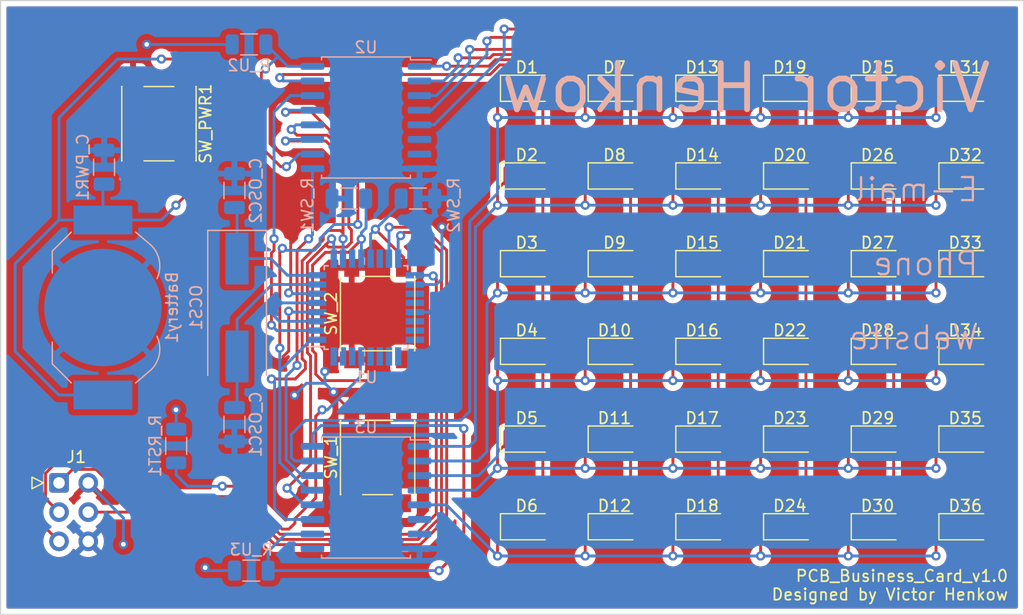
<source format=kicad_pcb>
(kicad_pcb (version 20221018) (generator pcbnew)
  (layers (0 "F.Cu" signal) (31 "B.Cu" signal) (34 "B.Paste" user) (35 "F.Paste" user) (36 "B.SilkS" user "B.Silkscreen") (37 "F.SilkS" user "F.Silkscreen") (38 "B.Mask" user) (39 "F.Mask" user) (44 "Edge.Cuts" user))
  (net 0 "")
  (net 1 "Net-(Battery1-Pad1)")
  (net 2 "GND")
  (net 3 "Net-(D1-Pad1)")
  (net 4 "Net-(D1-Pad2)")
  (net 5 "Net-(D14-Pad1)")
  (net 6 "Net-(D15-Pad1)")
  (net 7 "Net-(D10-Pad1)")
  (net 8 "Net-(D11-Pad1)")
  (net 9 "Net-(D12-Pad1)")
  (net 10 "Net-(D10-Pad2)")
  (net 11 "Net-(D13-Pad2)")
  (net 12 "Net-(D19-Pad2)")
  (net 13 "Net-(D25-Pad2)")
  (net 14 "Net-(D31-Pad2)")
  (net 15 "Net-(J1-Pad1)")
  (net 16 "Net-(J1-Pad3)")
  (net 17 "Net-(J1-Pad4)")
  (net 18 "Net-(J1-Pad5)")
  (net 21 "Net-(C_OSC1-Pad2)")
  (net 22 "Net-(J1-Pad2)")
  (net 23 "Net-(C_OSC2-Pad1)")
  (net 24 "Net-(R_U2-Pad2)")
  (net 25 "Net-(R_U3-Pad1)")
  (net 26 "Net-(U1-Pad1)")
  (net 27 "Net-(U1-Pad2)")
  (net 28 "Net-(U1-Pad9)")
  (net 29 "Net-(U1-Pad10)")
  (net 32 "Net-(U2-Pad9)")
  (net 48 "Net-(R_SW1-Pad1)")
  (net 49 "Net-(R_SW2-Pad2)")
  (footprint "LED_SMD:LED_1206_3216Metric" (layer "F.Cu") (at 162.56 81.28)
    (fp_text reference "D34")
    (fp_text value "LED")
  )
  (footprint "LED_SMD:LED_1206_3216Metric" (layer "F.Cu") (at 154.94 73.66)
    (fp_text reference "D27")
    (fp_text value "LED")
  )
  (footprint "LED_SMD:LED_1206_3216Metric" (layer "F.Cu") (at 124.46 58.42)
    (fp_text reference "D1")
    (fp_text value "LED")
  )
  (footprint "LED_SMD:LED_1206_3216Metric" (layer "F.Cu") (at 132.08 81.28)
    (fp_text reference "D10")
    (fp_text value "LED")
  )
  (footprint "Button_Switch_SMD:SW_Push_1P1T_NO_6x6mm_H9.5mm" (layer "F.Cu") (at 111.5 78 90)
    (fp_text reference "SW_2")
    (fp_text value "SW_Push")
  )
  (footprint "LED_SMD:LED_1206_3216Metric" (layer "F.Cu") (at 147.32 96.52)
    (fp_text reference "D24")
    (fp_text value "LED")
  )
  (footprint "LED_SMD:LED_1206_3216Metric" (layer "F.Cu") (at 139.7 88.9)
    (fp_text reference "D17")
    (fp_text value "LED")
  )
  (footprint "LED_SMD:LED_1206_3216Metric" (layer "F.Cu") (at 132.08 88.9)
    (fp_text reference "D11")
    (fp_text value "LED")
  )
  (footprint "LED_SMD:LED_1206_3216Metric" (layer "F.Cu") (at 124.46 73.66)
    (fp_text reference "D3")
    (fp_text value "LED")
  )
  (footprint "LED_SMD:LED_1206_3216Metric" (layer "F.Cu") (at 132.08 96.52)
    (fp_text reference "D12")
    (fp_text value "LED")
  )
  (footprint "LED_SMD:LED_1206_3216Metric" (layer "F.Cu") (at 162.56 88.9)
    (fp_text reference "D35")
    (fp_text value "LED")
  )
  (footprint "LED_SMD:LED_1206_3216Metric" (layer "F.Cu") (at 139.7 66.04)
    (fp_text reference "D14")
    (fp_text value "LED")
  )
  (footprint "LED_SMD:LED_1206_3216Metric" (layer "F.Cu") (at 154.94 96.52)
    (fp_text reference "D30")
    (fp_text value "LED")
  )
  (footprint "LED_SMD:LED_1206_3216Metric" (layer "F.Cu") (at 139.7 81.28)
    (fp_text reference "D16")
    (fp_text value "LED")
  )
  (footprint "LED_SMD:LED_1206_3216Metric" (layer "F.Cu") (at 124.46 96.52)
    (fp_text reference "D6")
    (fp_text value "LED")
  )
  (footprint "LED_SMD:LED_1206_3216Metric" (layer "F.Cu") (at 147.32 66.04)
    (fp_text reference "D20")
    (fp_text value "LED")
  )
  (footprint "LED_SMD:LED_1206_3216Metric" (layer "F.Cu") (at 139.7 58.42)
    (fp_text reference "D13")
    (fp_text value "LED")
  )
  (footprint "LED_SMD:LED_1206_3216Metric" (layer "F.Cu") (at 162.56 58.42)
    (fp_text reference "D31")
    (fp_text value "LED")
  )
  (footprint "LED_SMD:LED_1206_3216Metric" (layer "F.Cu") (at 154.94 58.42)
    (fp_text reference "D25")
    (fp_text value "LED")
  )
  (footprint "Button_Switch_SMD:SW_Push_1P1T_NO_6x6mm_H9.5mm" (layer "F.Cu") (at 92.5 61.5 -90)
    (fp_text reference "SW_PWR1")
    (fp_text value "SW_Push")
  )
  (footprint "LED_SMD:LED_1206_3216Metric" (layer "F.Cu") (at 154.94 66.04)
    (fp_text reference "D26")
    (fp_text value "LED")
  )
  (footprint "LED_SMD:LED_1206_3216Metric" (layer "F.Cu") (at 132.08 66.04)
    (fp_text reference "D8")
    (fp_text value "LED")
  )
  (footprint "LED_SMD:LED_1206_3216Metric" (layer "F.Cu") (at 154.94 81.28)
    (fp_text reference "D28")
    (fp_text value "LED")
  )
  (footprint "LED_SMD:LED_1206_3216Metric" (layer "F.Cu") (at 124.46 81.28)
    (fp_text reference "D4")
    (fp_text value "LED")
  )
  (footprint "LED_SMD:LED_1206_3216Metric" (layer "F.Cu") (at 162.56 66.04)
    (fp_text reference "D32")
    (fp_text value "LED")
  )
  (footprint "LED_SMD:LED_1206_3216Metric" (layer "F.Cu") (at 147.32 81.28)
    (fp_text reference "D22")
    (fp_text value "LED")
  )
  (footprint "LED_SMD:LED_1206_3216Metric" (layer "F.Cu") (at 124.46 88.9)
    (fp_text reference "D5")
    (fp_text value "LED")
  )
  (footprint "LED_SMD:LED_1206_3216Metric" (layer "F.Cu") (at 154.94 88.9)
    (fp_text reference "D29")
    (fp_text value "LED")
  )
  (footprint "LED_SMD:LED_1206_3216Metric" (layer "F.Cu") (at 147.32 73.66)
    (fp_text reference "D21")
    (fp_text value "LED")
  )
  (footprint "LED_SMD:LED_1206_3216Metric" (layer "F.Cu") (at 147.32 58.42)
    (fp_text reference "D19")
    (fp_text value "LED")
  )
  (footprint "LED_SMD:LED_1206_3216Metric" (layer "F.Cu") (at 139.7 96.52)
    (fp_text reference "D18")
    (fp_text value "LED")
  )
  (footprint "LED_SMD:LED_1206_3216Metric" (layer "F.Cu") (at 139.7 73.66)
    (fp_text reference "D15")
    (fp_text value "LED")
  )
  (footprint "LED_SMD:LED_1206_3216Metric" (layer "F.Cu") (at 162.56 96.52)
    (fp_text reference "D36")
    (fp_text value "LED")
  )
  (footprint "LED_SMD:LED_1206_3216Metric" (layer "F.Cu") (at 124.46 66.04)
    (fp_text reference "D2")
    (fp_text value "LED")
  )
  (footprint "LED_SMD:LED_1206_3216Metric" (layer "F.Cu") (at 132.08 73.66)
    (fp_text reference "D9")
    (fp_text value "LED")
  )
  (footprint "LED_SMD:LED_1206_3216Metric" (layer "F.Cu") (at 162.56 73.66)
    (fp_text reference "D33")
    (fp_text value "LED")
  )
  (footprint "LED_SMD:LED_1206_3216Metric" (layer "F.Cu") (at 147.32 88.9)
    (fp_text reference "D23")
    (fp_text value "LED")
  )
  (footprint "Button_Switch_SMD:SW_Push_1P1T_NO_6x6mm_H9.5mm" (layer "F.Cu") (at 111.5 90.5 90)
    (fp_text reference "SW_1")
    (fp_text value "SW_Push")
  )
  (footprint "LED_SMD:LED_1206_3216Metric" (layer "F.Cu") (at 132.08 58.42)
    (fp_text reference "D7")
    (fp_text value "LED")
  )
  (footprint "Connector_IDC:IDC-Header_2x03_P2.54mm_Horizontal" (layer "F.Cu") (at 83.82 92.71)
    (fp_text reference "J1")
    (fp_text value "AVR-ISP-6")
  )
  (footprint "Resistor_SMD:R_1206_3216Metric" (layer "B.Cu") (at 100.33 54.61)
    (fp_text reference "R_U2")
    (fp_text value "0")
  )
  (footprint "Resistor_SMD:R_1206_3216Metric" (layer "B.Cu") (at 115 68 180)
    (fp_text reference "R_SW2")
    (fp_text value "10k")
  )
  (footprint "Battery:BatteryHolder_LINX_BAT-HLD-012-SMT" (layer "B.Cu") (at 87.63 77.47 -90)
    (fp_text reference "Battery1")
    (fp_text value "+3V")
  )
  (footprint "Resistor_SMD:R_1206_3216Metric" (layer "B.Cu") (at 94 89.5 -90)
    (fp_text reference "R_RST1")
    (fp_text value "10k")
  )
  (footprint "Capacitor_SMD:C_1206_3216Metric" (layer "B.Cu") (at 99.06 67.31 90)
    (fp_text reference "C_OSC2")
    (fp_text value "33p")
  )
  (footprint "Capacitor_SMD:C_1206_3216Metric" (layer "B.Cu") (at 99.06 87.63 90)
    (fp_text reference "C_OSC1")
    (fp_text value "33p")
  )
  (footprint "Package_SO:SOIC-16W_7.5x10.3mm_P1.27mm" (layer "B.Cu") (at 110.49 60.96 180)
    (fp_text reference "U2")
    (fp_text value "74HC595")
  )
  (footprint "Resistor_SMD:R_1206_3216Metric" (layer "B.Cu") (at 100.5225 100.33 180)
    (fp_text reference "R_U3")
    (fp_text value "0")
  )
  (footprint "Capacitor_SMD:C_1206_3216Metric" (layer "B.Cu") (at 87.7316 65.278 -90)
    (fp_text reference "C_PWR1")
    (fp_text value "10u")
  )
  (footprint "Resistor_SMD:R_1206_3216Metric" (layer "B.Cu") (at 109 68 180)
    (fp_text reference "R_SW1")
    (fp_text value "10k")
  )
  (footprint "Package_QFP:TQFP-32_7x7mm_P0.8mm" (layer "B.Cu") (at 110.49 77.47)
    (fp_text reference "U1")
    (fp_text value "ATmega328P-A")
  )
  (footprint "Crystal:Crystal_SMD_HC49-SD" (layer "B.Cu") (at 99.29 77.47 -90)
    (fp_text reference "OCS1")
    (fp_text value "16M")
  )
  (footprint "Package_SO:SOIC-16W_7.5x10.3mm_P1.27mm" (layer "B.Cu") (at 110.49 93.98 180)
    (fp_text reference "U3")
    (fp_text value "74HC595")
  )
  (gr_rect (start 78.74 50.8) (end 167.64 104.14) (stroke (width 0.1)) (fill none) (layer "Edge.Cuts"))
  (gr_text "E-mail\n\nPhone\n\nWebsite" (at 163.83 73.66) (layer "B.SilkS") (effects (font (size 2 2) (thickness 0.2)) (justify left mirror)))
  (gr_text "Victor Henkow\n" (at 143.51 58.42) (layer "B.SilkS") (effects (font (size 4 4) (thickness 0.5)) (justify mirror)))
  (gr_text "PCB_Business_Card_v1.0\nDesigned by Victor Henkow" (at 166.37 101.6) (layer "F.SilkS") (effects (font (size 1 1)) (justify right)))
  (segment (start 92.71 55.88) (end 93.98 55.88) (width 0.25) (layer "F.Cu") (net 1))
  (segment (start 93.98 55.88) (end 94.75 56.65) (width 0.25) (layer "F.Cu") (net 1))
  (segment (start 94.75 67.81) (end 94.75 65.475) (width 0.25) (layer "F.Cu") (net 1))
  (segment (start 93.98 68.58) (end 94.75 67.81) (width 0.25) (layer "F.Cu") (net 1))
  (segment (start 94.75 56.65) (end 94.75 57.525) (width 0.25) (layer "F.Cu") (net 1))
  (via (at 92.71 55.88) (size 0.8) (drill 0.4) (layers "F.Cu" "B.Cu") (net 1))
  (via (at 93.98 68.58) (size 0.8) (drill 0.4) (layers "F.Cu" "B.Cu") (net 1))
  (segment (start 80.01 73.66) (end 81.28 72.39) (width 0.25) (layer "B.Cu") (net 1))
  (segment (start 87.63 69.87) (end 83.84 69.87) (width 0.25) (layer "B.Cu") (net 1))
  (segment (start 83.84 69.87) (end 83.82 69.85) (width 0.25) (layer "B.Cu") (net 1))
  (segment (start 88.9 55.88) (end 92.71 55.88) (width 0.25) (layer "B.Cu") (net 1))
  (segment (start 83.82 69.85) (end 83.82 60.96) (width 0.25) (layer "B.Cu") (net 1))
  (segment (start 80.01 78.74) (end 80.01 73.66) (width 0.25) (layer "B.Cu") (net 1))
  (segment (start 80.01 81.28) (end 80.01 78.74) (width 0.25) (layer "B.Cu") (net 1))
  (segment (start 81.28 82.55) (end 80.01 81.28) (width 0.25) (layer "B.Cu") (net 1))
  (segment (start 87.63 66.8546) (end 87.7316 66.753) (width 0.25) (layer "B.Cu") (net 1))
  (segment (start 83.8 85.07) (end 81.28 82.55) (width 0.25) (layer "B.Cu") (net 1))
  (segment (start 92.69 69.87) (end 93.98 68.58) (width 0.25) (layer "B.Cu") (net 1))
  (segment (start 87.63 69.87) (end 87.63 66.8546) (width 0.25) (layer "B.Cu") (net 1))
  (segment (start 81.28 72.39) (end 83.82 69.85) (width 0.25) (layer "B.Cu") (net 1))
  (segment (start 83.82 60.96) (end 88.9 55.88) (width 0.25) (layer "B.Cu") (net 1))
  (segment (start 87.63 85.07) (end 83.8 85.07) (width 0.25) (layer "B.Cu") (net 1))
  (segment (start 87.63 69.87) (end 92.69 69.87) (width 0.25) (layer "B.Cu") (net 1))
  (segment (start 101.770114 77.47) (end 102.780886 77.47) (width 0.25) (layer "B.Cu") (net 2))
  (segment (start 103.180886 77.07) (end 106.24 77.07) (width 0.25) (layer "B.Cu") (net 2))
  (segment (start 102.970114 78.67) (end 101.770114 77.47) (width 0.25) (layer "B.Cu") (net 2))
  (segment (start 106.24 78.67) (end 102.970114 78.67) (width 0.25) (layer "B.Cu") (net 2))
  (segment (start 114.74 77.87) (end 116.44 77.87) (width 0.25) (layer "B.Cu") (net 2))
  (segment (start 102.780886 77.47) (end 103.180886 77.07) (width 0.25) (layer "B.Cu") (net 2))
  (segment (start 116.44 77.87) (end 116.84 77.47) (width 0.25) (layer "B.Cu") (net 2))
  (segment (start 153.54 58.42) (end 152.4 59.56) (width 0.25) (layer "F.Cu") (net 3))
  (segment (start 160.02 59.56) (end 160.02 60.96) (width 0.25) (layer "F.Cu") (net 3))
  (segment (start 152.4 59.56) (end 152.4 60.96) (width 0.25) (layer "F.Cu") (net 3))
  (segment (start 130.68 58.42) (end 129.54 59.56) (width 0.25) (layer "F.Cu") (net 3))
  (segment (start 121.92 59.56) (end 121.92 60.96) (width 0.25) (layer "F.Cu") (net 3))
  (segment (start 123.06 58.42) (end 121.92 59.56) (width 0.25) (layer "F.Cu") (net 3))
  (segment (start 144.78 59.56) (end 144.78 60.96) (width 0.25) (layer "F.Cu") (net 3))
  (segment (start 137.16 59.56) (end 137.16 60.96) (width 0.25) (layer "F.Cu") (net 3))
  (segment (start 161.16 58.42) (end 160.02 59.56) (width 0.25) (layer "F.Cu") (net 3))
  (segment (start 129.54 59.56) (end 129.54 60.96) (width 0.25) (layer "F.Cu") (net 3))
  (segment (start 138.3 58.42) (end 137.16 59.56) (width 0.25) (layer "F.Cu") (net 3))
  (segment (start 145.92 58.42) (end 144.78 59.56) (width 0.25) (layer "F.Cu") (net 3))
  (via (at 144.78 60.96) (size 0.8) (drill 0.4) (layers "F.Cu" "B.Cu") (net 3))
  (via (at 152.4 60.96) (size 0.8) (drill 0.4) (layers "F.Cu" "B.Cu") (net 3))
  (via (at 160.02 60.96) (size 0.8) (drill 0.4) (layers "F.Cu" "B.Cu") (net 3))
  (via (at 121.92 60.96) (size 0.8) (drill 0.4) (layers "F.Cu" "B.Cu") (net 3))
  (via (at 129.54 60.96) (size 0.8) (drill 0.4) (layers "F.Cu" "B.Cu") (net 3))
  (via (at 137.16 60.96) (size 0.8) (drill 0.4) (layers "F.Cu" "B.Cu") (net 3))
  (segment (start 119.5 69.975386) (end 121.92 67.555386) (width 0.25) (layer "B.Cu") (net 3))
  (segment (start 105.84 90.805) (end 104.305 90.805) (width 0.25) (layer "B.Cu") (net 3))
  (segment (start 104.305 90.805) (end 104 90.5) (width 0.25) (layer "B.Cu") (net 3))
  (segment (start 104 88.5) (end 105.224511 87.275489) (width 0.25) (layer "B.Cu") (net 3))
  (segment (start 118.724511 87.275489) (end 119.5 86.5) (width 0.25) (layer "B.Cu") (net 3))
  (segment (start 119.5 86.5) (end 119.5 69.975386) (width 0.25) (layer "B.Cu") (net 3))
  (segment (start 104 90.5) (end 104 88.5) (width 0.25) (layer "B.Cu") (net 3))
  (segment (start 105.224511 87.275489) (end 118.724511 87.275489) (width 0.25) (layer "B.Cu") (net 3))
  (segment (start 121.92 67.555386) (end 121.92 60.96) (width 0.25) (layer "B.Cu") (net 3))
  (segment (start 160.02 60.96) (end 121.92 60.96) (width 0.25) (layer "B.Cu") (net 3))
  (segment (start 125.86 58.42) (end 125.86 96.52) (width 0.25) (layer "F.Cu") (net 4))
  (segment (start 103.275489 57.224511) (end 103 57.5) (width 0.25) (layer "F.Cu") (net 4))
  (segment (start 124.968 56.388) (end 125.86 57.28) (width 0.25) (layer "F.Cu") (net 4))
  (segment (start 117.5 57.224511) (end 103.275489 57.224511) (width 0.25) (layer "F.Cu") (net 4))
  (segment (start 125.86 57.28) (end 125.86 58.42) (width 0.25) (layer "F.Cu") (net 4))
  (segment (start 122.112 56.388) (end 121.275489 57.224511) (width 0.25) (layer "F.Cu") (net 4))
  (segment (start 124.968 56.388) (end 122.112 56.388) (width 0.25) (layer "F.Cu") (net 4))
  (segment (start 121.275489 57.224511) (end 117.5 57.224511) (width 0.25) (layer "F.Cu") (net 4))
  (via (at 103 57.5) (size 0.8) (drill 0.4) (layers "F.Cu" "B.Cu") (net 4))
  (segment (start 103 57.5) (end 103.285 57.785) (width 0.25) (layer "B.Cu") (net 4))
  (segment (start 103.285 57.785) (end 105.84 57.785) (width 0.25) (layer "B.Cu") (net 4))
  (segment (start 121.92 67.18) (end 121.92 68.58) (width 0.25) (layer "F.Cu") (net 5))
  (segment (start 160.02 67.18) (end 160.02 68.58) (width 0.25) (layer "F.Cu") (net 5))
  (segment (start 152.4 67.18) (end 152.4 68.58) (width 0.25) (layer "F.Cu") (net 5))
  (segment (start 130.68 66.04) (end 129.54 67.18) (width 0.25) (layer "F.Cu") (net 5))
  (segment (start 137.16 67.18) (end 137.16 68.58) (width 0.25) (layer "F.Cu") (net 5))
  (segment (start 129.54 67.18) (end 129.54 68.58) (width 0.25) (layer "F.Cu") (net 5))
  (segment (start 138.3 66.04) (end 137.16 67.18) (width 0.25) (layer "F.Cu") (net 5))
  (segment (start 145.92 66.04) (end 144.78 67.18) (width 0.25) (layer "F.Cu") (net 5))
  (segment (start 144.78 67.18) (end 144.78 68.58) (width 0.25) (layer "F.Cu") (net 5))
  (segment (start 161.16 66.04) (end 160.02 67.18) (width 0.25) (layer "F.Cu") (net 5))
  (segment (start 123.06 66.04) (end 121.92 67.18) (width 0.25) (layer "F.Cu") (net 5))
  (segment (start 153.54 66.04) (end 152.4 67.18) (width 0.25) (layer "F.Cu") (net 5))
  (via (at 129.54 68.58) (size 0.8) (drill 0.4) (layers "F.Cu" "B.Cu") (net 5))
  (via (at 121.92 68.58) (size 0.8) (drill 0.4) (layers "F.Cu" "B.Cu") (net 5))
  (via (at 144.78 68.58) (size 0.8) (drill 0.4) (layers "F.Cu" "B.Cu") (net 5))
  (via (at 160.02 68.58) (size 0.8) (drill 0.4) (layers "F.Cu" "B.Cu") (net 5))
  (via (at 152.4 68.58) (size 0.8) (drill 0.4) (layers "F.Cu" "B.Cu") (net 5))
  (via (at 137.16 68.58) (size 0.8) (drill 0.4) (layers "F.Cu" "B.Cu") (net 5))
  (segment (start 160.02 68.58) (end 121.92 68.58) (width 0.25) (layer "B.Cu") (net 5))
  (segment (start 119.465 89.535) (end 120 89) (width 0.25) (layer "B.Cu") (net 5))
  (segment (start 115.14 89.535) (end 119.465 89.535) (width 0.25) (layer "B.Cu") (net 5))
  (segment (start 120 89) (end 120 70.5) (width 0.25) (layer "B.Cu") (net 5))
  (segment (start 120 70.5) (end 121.92 68.58) (width 0.25) (layer "B.Cu") (net 5))
  (segment (start 129.54 74.8) (end 129.54 76.2) (width 0.25) (layer "F.Cu") (net 6))
  (segment (start 121.92 74.8) (end 121.92 76.2) (width 0.25) (layer "F.Cu") (net 6))
  (segment (start 130.68 73.66) (end 129.54 74.8) (width 0.25) (layer "F.Cu") (net 6))
  (segment (start 137.16 74.8) (end 137.16 76.2) (width 0.25) (layer "F.Cu") (net 6))
  (segment (start 161.16 73.66) (end 160.02 74.8) (width 0.25) (layer "F.Cu") (net 6))
  (segment (start 153.54 73.66) (end 152.4 74.8) (width 0.25) (layer "F.Cu") (net 6))
  (segment (start 138.3 73.66) (end 137.16 74.8) (width 0.25) (layer "F.Cu") (net 6))
  (segment (start 160.02 74.8) (end 160.02 76.2) (width 0.25) (layer "F.Cu") (net 6))
  (segment (start 144.78 74.8) (end 144.78 76.2) (width 0.25) (layer "F.Cu") (net 6))
  (segment (start 123.06 73.66) (end 121.92 74.8) (width 0.25) (layer "F.Cu") (net 6))
  (segment (start 145.92 73.66) (end 144.78 74.8) (width 0.25) (layer "F.Cu") (net 6))
  (segment (start 152.4 74.8) (end 152.4 76.2) (width 0.25) (layer "F.Cu") (net 6))
  (via (at 121.92 76.2) (size 0.8) (drill 0.4) (layers "F.Cu" "B.Cu") (net 6))
  (via (at 137.16 76.2) (size 0.8) (drill 0.4) (layers "F.Cu" "B.Cu") (net 6))
  (via (at 129.54 76.2) (size 0.8) (drill 0.4) (layers "F.Cu" "B.Cu") (net 6))
  (via (at 152.4 76.2) (size 0.8) (drill 0.4) (layers "F.Cu" "B.Cu") (net 6))
  (via (at 160.02 76.2) (size 0.8) (drill 0.4) (layers "F.Cu" "B.Cu") (net 6))
  (via (at 144.78 76.2) (size 0.8) (drill 0.4) (layers "F.Cu" "B.Cu") (net 6))
  (segment (start 121 77.12) (end 121.92 76.2) (width 0.25) (layer "B.Cu") (net 6))
  (segment (start 120.195 90.805) (end 121 90) (width 0.25) (layer "B.Cu") (net 6))
  (segment (start 160.02 76.2) (end 121.92 76.2) (width 0.25) (layer "B.Cu") (net 6))
  (segment (start 121 90) (end 121 77.12) (width 0.25) (layer "B.Cu") (net 6))
  (segment (start 115.14 90.805) (end 120.195 90.805) (width 0.25) (layer "B.Cu") (net 6))
  (segment (start 152.4 82.42) (end 152.4 83.82) (width 0.25) (layer "F.Cu") (net 7))
  (segment (start 160.02 82.42) (end 160.02 83.82) (width 0.25) (layer "F.Cu") (net 7))
  (segment (start 138.3 81.28) (end 137.16 82.42) (width 0.25) (layer "F.Cu") (net 7))
  (segment (start 153.54 81.28) (end 152.4 82.42) (width 0.25) (layer "F.Cu") (net 7))
  (segment (start 137.16 82.42) (end 137.16 83.82) (width 0.25) (layer "F.Cu") (net 7))
  (segment (start 161.16 81.28) (end 160.02 82.42) (width 0.25) (layer "F.Cu") (net 7))
  (segment (start 144.78 82.42) (end 144.78 83.82) (width 0.25) (layer "F.Cu") (net 7))
  (segment (start 129.54 82.42) (end 129.54 83.82) (width 0.25) (layer "F.Cu") (net 7))
  (segment (start 145.92 81.28) (end 144.78 82.42) (width 0.25) (layer "F.Cu") (net 7))
  (segment (start 123.06 81.28) (end 121.92 82.42) (width 0.25) (layer "F.Cu") (net 7))
  (segment (start 121.92 82.42) (end 121.92 83.82) (width 0.25) (layer "F.Cu") (net 7))
  (segment (start 130.68 81.28) (end 129.54 82.42) (width 0.25) (layer "F.Cu") (net 7))
  (via (at 137.16 83.82) (size 0.8) (drill 0.4) (layers "F.Cu" "B.Cu") (net 7))
  (via (at 144.78 83.82) (size 0.8) (drill 0.4) (layers "F.Cu" "B.Cu") (net 7))
  (via (at 160.02 83.82) (size 0.8) (drill 0.4) (layers "F.Cu" "B.Cu") (net 7))
  (via (at 121.92 83.82) (size 0.8) (drill 0.4) (layers "F.Cu" "B.Cu") (net 7))
  (via (at 152.4 83.82) (size 0.8) (drill 0.4) (layers "F.Cu" "B.Cu") (net 7))
  (via (at 129.54 83.82) (size 0.8) (drill 0.4) (layers "F.Cu" "B.Cu") (net 7))
  (segment (start 115.14 92.075) (end 120.260386 92.075) (width 0.25) (layer "B.Cu") (net 7))
  (segment (start 160.02 83.82) (end 121.92 83.82) (width 0.25) (layer "B.Cu") (net 7))
  (segment (start 120.260386 92.075) (end 121.92 90.415386) (width 0.25) (layer "B.Cu") (net 7))
  (segment (start 121.92 90.415386) (end 121.92 83.82) (width 0.25) (layer "B.Cu") (net 7))
  (segment (start 145.92 88.9) (end 144.78 90.04) (width 0.25) (layer "F.Cu") (net 8))
  (segment (start 138.3 88.9) (end 137.16 90.04) (width 0.25) (layer "F.Cu") (net 8))
  (segment (start 137.16 90.04) (end 137.16 91.44) (width 0.25) (layer "F.Cu") (net 8))
  (segment (start 161.16 88.9) (end 160.02 90.04) (width 0.25) (layer "F.Cu") (net 8))
  (segment (start 144.78 90.04) (end 144.78 91.44) (width 0.25) (layer "F.Cu") (net 8))
  (segment (start 160.02 90.04) (end 160.02 91.44) (width 0.25) (layer "F.Cu") (net 8))
  (segment (start 152.4 90.04) (end 152.4 91.44) (width 0.25) (layer "F.Cu") (net 8))
  (segment (start 153.54 88.9) (end 152.4 90.04) (width 0.25) (layer "F.Cu") (net 8))
  (segment (start 129.54 90.04) (end 129.54 91.44) (width 0.25) (layer "F.Cu") (net 8))
  (segment (start 123.06 88.9) (end 121.92 90.04) (width 0.25) (layer "F.Cu") (net 8))
  (segment (start 130.68 88.9) (end 129.54 90.04) (width 0.25) (layer "F.Cu") (net 8))
  (segment (start 121.92 90.04) (end 121.92 91.44) (width 0.25) (layer "F.Cu") (net 8))
  (via (at 160.02 91.44) (size 0.8) (drill 0.4) (layers "F.Cu" "B.Cu") (net 8))
  (via (at 144.78 91.44) (size 0.8) (drill 0.4) (layers "F.Cu" "B.Cu") (net 8))
  (via (at 129.54 91.44) (size 0.8) (drill 0.4) (layers "F.Cu" "B.Cu") (net 8))
  (via (at 137.16 91.44) (size 0.8) (drill 0.4) (layers "F.Cu" "B.Cu") (net 8))
  (via (at 152.4 91.44) (size 0.8) (drill 0.4) (layers "F.Cu" "B.Cu") (net 8))
  (via (at 121.92 91.44) (size 0.8) (drill 0.4) (layers "F.Cu" "B.Cu") (net 8))
  (segment (start 160.02 91.44) (end 121.92 91.44) (width 0.25) (layer "B.Cu") (net 8))
  (segment (start 120.015 93.345) (end 115.14 93.345) (width 0.25) (layer "B.Cu") (net 8))
  (segment (start 121.92 91.44) (end 120.015 93.345) (width 0.25) (layer "B.Cu") (net 8))
  (segment (start 137.16 97.66) (end 137.16 99.06) (width 0.25) (layer "F.Cu") (net 9))
  (segment (start 130.68 96.52) (end 129.54 97.66) (width 0.25) (layer "F.Cu") (net 9))
  (segment (start 129.54 97.66) (end 129.54 99.06) (width 0.25) (layer "F.Cu") (net 9))
  (segment (start 145.92 96.52) (end 144.78 97.66) (width 0.25) (layer "F.Cu") (net 9))
  (segment (start 123.06 96.52) (end 121.92 97.66) (width 0.25) (layer "F.Cu") (net 9))
  (segment (start 153.54 96.52) (end 152.4 97.66) (width 0.25) (layer "F.Cu") (net 9))
  (segment (start 160.02 97.66) (end 160.02 99.06) (width 0.25) (layer "F.Cu") (net 9))
  (segment (start 121.92 97.66) (end 121.92 99.06) (width 0.25) (layer "F.Cu") (net 9))
  (segment (start 161.16 96.52) (end 160.02 97.66) (width 0.25) (layer "F.Cu") (net 9))
  (segment (start 144.78 97.66) (end 144.78 99.06) (width 0.25) (layer "F.Cu") (net 9))
  (segment (start 152.4 97.66) (end 152.4 99.06) (width 0.25) (layer "F.Cu") (net 9))
  (segment (start 138.3 96.52) (end 137.16 97.66) (width 0.25) (layer "F.Cu") (net 9))
  (via (at 121.92 99.06) (size 0.8) (drill 0.4) (layers "F.Cu" "B.Cu") (net 9))
  (via (at 160.02 99.06) (size 0.8) (drill 0.4) (layers "F.Cu" "B.Cu") (net 9))
  (via (at 152.4 99.06) (size 0.8) (drill 0.4) (layers "F.Cu" "B.Cu") (net 9))
  (via (at 129.54 99.06) (size 0.8) (drill 0.4) (layers "F.Cu" "B.Cu") (net 9))
  (via (at 144.78 99.06) (size 0.8) (drill 0.4) (layers "F.Cu" "B.Cu") (net 9))
  (via (at 137.16 99.06) (size 0.8) (drill 0.4) (layers "F.Cu" "B.Cu") (net 9))
  (segment (start 117.475 94.615) (end 115.14 94.615) (width 0.25) (layer "B.Cu") (net 9))
  (segment (start 160.02 99.06) (end 121.92 99.06) (width 0.25) (layer "B.Cu") (net 9))
  (segment (start 121.92 99.06) (end 117.475 94.615) (width 0.25) (layer "B.Cu") (net 9))
  (segment (start 121.172283 56.5) (end 117.5 56.5) (width 0.25) (layer "F.Cu") (net 10))
  (segment (start 133.48 58.42) (end 133.48 96.52) (width 0.25) (layer "F.Cu") (net 10))
  (segment (start 121.733803 55.93848) (end 121.172283 56.5) (width 0.25) (layer "F.Cu") (net 10))
  (segment (start 121.733803 55.93848) (end 130.99848 55.93848) (width 0.25) (layer "F.Cu") (net 10))
  (segment (start 130.99848 55.93848) (end 133.48 58.42) (width 0.25) (layer "F.Cu") (net 10))
  (via (at 117.5 56.5) (size 0.8) (drill 0.4) (layers "F.Cu" "B.Cu") (net 10))
  (segment (start 117.5 56.5) (end 115.155 56.5) (width 0.25) (layer "B.Cu") (net 10))
  (segment (start 115.155 56.5) (end 115.14 56.515) (width 0.25) (layer "B.Cu") (net 10))
  (segment (start 121.261066 55.7755) (end 118.5 55.7755) (width 0.25) (layer "F.Cu") (net 11))
  (segment (start 121.547606 55.48896) (end 138.16896 55.48896) (width 0.25) (layer "F.Cu") (net 11))
  (segment (start 138.16896 55.48896) (end 141.1 58.42) (width 0.25) (layer "F.Cu") (net 11))
  (segment (start 121.547606 55.48896) (end 121.261066 55.7755) (width 0.25) (layer "F.Cu") (net 11))
  (segment (start 141.1 58.42) (end 141.1 96.52) (width 0.25) (layer "F.Cu") (net 11))
  (via (at 118.5 55.7755) (size 0.8) (drill 0.4) (layers "F.Cu" "B.Cu") (net 11))
  (segment (start 118.5 56.524614) (end 117.239614 57.785) (width 0.25) (layer "B.Cu") (net 11))
  (segment (start 118.5 55.7755) (end 118.5 56.524614) (width 0.25) (layer "B.Cu") (net 11))
  (segment (start 117.239614 57.785) (end 115.14 57.785) (width 0.25) (layer "B.Cu") (net 11))
  (segment (start 148.72 58.42) (end 148.72 96.52) (width 0.25) (layer "F.Cu") (net 12))
  (segment (start 145.33944 55.03944) (end 148.72 58.42) (width 0.25) (layer "F.Cu") (net 12))
  (segment (start 121.361409 55.03944) (end 121.349849 55.051) (width 0.25) (layer "F.Cu") (net 12))
  (segment (start 121.361409 55.03944) (end 145.33944 55.03944) (width 0.25) (layer "F.Cu") (net 12))
  (segment (start 121.349849 55.051) (end 119.5 55.051) (width 0.25) (layer "F.Cu") (net 12))
  (via (at 119.5 55.051) (size 0.8) (drill 0.4) (layers "F.Cu" "B.Cu") (net 12))
  (segment (start 119.5 55.051) (end 119.5 56.160332) (width 0.25) (layer "B.Cu") (net 12))
  (segment (start 119.5 56.160332) (end 116.605332 59.055) (width 0.25) (layer "B.Cu") (net 12))
  (segment (start 116.605332 59.055) (end 115.14 59.055) (width 0.25) (layer "B.Cu") (net 12))
  (segment (start 152.50992 54.58992) (end 156.34 58.42) (width 0.25) (layer "F.Cu") (net 13))
  (segment (start 125.5 54) (end 121.3265 54) (width 0.25) (layer "F.Cu") (net 13))
  (segment (start 126.08992 54.58992) (end 125.5 54) (width 0.25) (layer "F.Cu") (net 13))
  (segment (start 156.34 58.42) (end 156.34 96.52) (width 0.25) (layer "F.Cu") (net 13))
  (segment (start 152.50992 54.58992) (end 127.5 54.58992) (width 0.25) (layer "F.Cu") (net 13))
  (segment (start 121.3265 54) (end 121 54.3265) (width 0.25) (layer "F.Cu") (net 13))
  (segment (start 127.5 54.58992) (end 126.08992 54.58992) (width 0.25) (layer "F.Cu") (net 13))
  (via (at 121 54.3265) (size 0.8) (drill 0.4) (layers "F.Cu" "B.Cu") (net 13))
  (segment (start 121 54.3265) (end 121 55.5) (width 0.25) (layer "B.Cu") (net 13))
  (segment (start 116.175 60.325) (end 115.14 60.325) (width 0.25) (layer "B.Cu") (net 13))
  (segment (start 116 60.5) (end 115.5 60.5) (width 0.25) (layer "B.Cu") (net 13))
  (segment (start 121 55.5) (end 116.175 60.325) (width 0.25) (layer "B.Cu") (net 13))
  (segment (start 126.276118 54.1404) (end 126.067859 53.932141) (width 0.25) (layer "F.Cu") (net 14))
  (segment (start 159.6804 54.1404) (end 126.276118 54.1404) (width 0.25) (layer "F.Cu") (net 14))
  (segment (start 163.96 58.42) (end 163.96 96.52) (width 0.25) (layer "F.Cu") (net 14))
  (segment (start 125.411218 53.2755) (end 122.5 53.2755) (width 0.25) (layer "F.Cu") (net 14))
  (segment (start 126.067859 53.932141) (end 125.411218 53.2755) (width 0.25) (layer "F.Cu") (net 14))
  (segment (start 159.6804 54.1404) (end 163.96 58.42) (width 0.25) (layer "F.Cu") (net 14))
  (via (at 122.5 53.2755) (size 0.8) (drill 0.4) (layers "F.Cu" "B.Cu") (net 14))
  (segment (start 116.405 61.595) (end 115.14 61.595) (width 0.25) (layer "B.Cu") (net 14))
  (segment (start 122.5 55.5) (end 116.405 61.595) (width 0.25) (layer "B.Cu") (net 14))
  (segment (start 122.5 53.2755) (end 122.5 55.5) (width 0.25) (layer "B.Cu") (net 14))
  (segment (start 84.994511 91.535489) (end 83.82 92.71) (width 0.25) (layer "F.Cu") (net 15))
  (segment (start 102.823071 97.623551) (end 100 94.80048) (width 0.25) (layer "F.Cu") (net 15))
  (segment (start 115.313802 70.94952) (end 117.05048 72.686198) (width 0.25) (layer "F.Cu") (net 15))
  (segment (start 113.5 71.2245) (end 113.77498 70.94952) (width 0.25) (layer "F.Cu") (net 15))
  (segment (start 113.77498 70.94952) (end 115.313802 70.94952) (width 0.25) (layer "F.Cu") (net 15))
  (segment (start 100 94.80048) (end 90.30048 94.80048) (width 0.25) (layer "F.Cu") (net 15))
  (segment (start 117.05048 72.686198) (end 117.05048 95.585238) (width 0.25) (layer "F.Cu") (net 15))
  (segment (start 87.035489 91.535489) (end 84.994511 91.535489) (width 0.25) (layer "F.Cu") (net 15))
  (segment (start 115.012166 97.623551) (end 102.823071 97.623551) (width 0.25) (layer "F.Cu") (net 15))
  (segment (start 117.05048 95.585238) (end 115.012166 97.623551) (width 0.25) (layer "F.Cu") (net 15))
  (segment (start 90.30048 94.80048) (end 87.035489 91.535489) (width 0.25) (layer "F.Cu") (net 15))
  (via (at 113.5 71.2245) (size 0.8) (drill 0.4) (layers "F.Cu" "B.Cu") (net 15))
  (segment (start 113.29 73.22) (end 113.29 71.4345) (width 0.25) (layer "B.Cu") (net 15))
  (segment (start 113.29 71.4345) (end 113.5 71.2245) (width 0.25) (layer "B.Cu") (net 15))
  (segment (start 114.825969 97.174031) (end 103.009268 97.174031) (width 0.25) (layer "F.Cu") (net 16))
  (segment (start 116.60096 75.00178) (end 116.60096 95.39904) (width 0.25) (layer "F.Cu") (net 16))
  (segment (start 100.186197 94.35096) (end 90.486678 94.35096) (width 0.25) (layer "F.Cu") (net 16))
  (segment (start 82.64548 91.872027) (end 82.64548 94.07548) (width 0.25) (layer "F.Cu") (net 16))
  (segment (start 90.486678 94.35096) (end 87.221686 91.085969) (width 0.25) (layer "F.Cu") (net 16))
  (segment (start 116.60096 95.39904) (end 114.825969 97.174031) (width 0.25) (layer "F.Cu") (net 16))
  (segment (start 87.221686 91.085969) (end 83.431538 91.085969) (width 0.25) (layer "F.Cu") (net 16))
  (segment (start 116.32598 74.7268) (end 116.60096 75.00178) (width 0.25) (layer "F.Cu") (net 16))
  (segment (start 103.009268 97.174031) (end 100.186197 94.35096) (width 0.25) (layer "F.Cu") (net 16))
  (segment (start 83.431538 91.085969) (end 82.64548 91.872027) (width 0.25) (layer "F.Cu") (net 16))
  (segment (start 82.64548 94.07548) (end 83.82 95.25) (width 0.25) (layer "F.Cu") (net 16))
  (via (at 116.32598 74.7268) (size 0.8) (drill 0.4) (layers "F.Cu" "B.Cu") (net 16))
  (segment (start 116.26918 74.67) (end 116.32598 74.7268) (width 0.25) (layer "B.Cu") (net 16))
  (segment (start 115.99598 74.67) (end 114.74 74.67) (width 0.25) (layer "B.Cu") (net 16))
  (segment (start 115.99598 74.67) (end 116.26918 74.67) (width 0.25) (layer "B.Cu") (net 16))
  (segment (start 115.885717 97.385717) (end 117.5 95.771434) (width 0.25) (layer "F.Cu") (net 17))
  (segment (start 99.75 95.25) (end 102.573071 98.073071) (width 0.25) (layer "F.Cu") (net 17))
  (segment (start 115.198364 98.073071) (end 115.885717 97.385717) (width 0.25) (layer "F.Cu") (net 17))
  (segment (start 115.5 70.5) (end 112.5 70.5) (width 0.25) (layer "F.Cu") (net 17))
  (segment (start 86.36 95.25) (end 99.75 95.25) (width 0.25) (layer "F.Cu") (net 17))
  (segment (start 102.573071 98.073071) (end 115.198364 98.073071) (width 0.25) (layer "F.Cu") (net 17))
  (segment (start 117.5 72.5) (end 115.5 70.5) (width 0.25) (layer "F.Cu") (net 17))
  (segment (start 117.5 95.771434) (end 117.5 72.5) (width 0.25) (layer "F.Cu") (net 17))
  (via (at 112.5 70.5) (size 0.8) (drill 0.4) (layers "F.Cu" "B.Cu") (net 17))
  (segment (start 112.49 70.51) (end 112.49 73.22) (width 0.25) (layer "B.Cu") (net 17))
  (segment (start 112.5 70.5) (end 112.49 70.51) (width 0.25) (layer "B.Cu") (net 17))
  (segment (start 99.475386 93) (end 100.376826 93.90144) (width 0.25) (layer "F.Cu") (net 18))
  (segment (start 83.245341 90.636449) (end 82.19596 91.685829) (width 0.25) (layer "F.Cu") (net 18))
  (segment (start 103.800103 96.724511) (end 103.199897 96.724511) (width 0.25) (layer "F.Cu") (net 18))
  (segment (start 104.317859 95.817859) (end 104.317859 96.206755) (width 0.25) (layer "F.Cu") (net 18))
  (segment (start 100.376826 93.90144) (end 90.672876 93.90144) (width 0.25) (layer "F.Cu") (net 18))
  (segment (start 82.19596 96.16596) (end 83.82 97.79) (width 0.25) (layer "F.Cu") (net 18))
  (segment (start 106.123551 87.376449) (end 106.123551 94.012166) (width 0.25) (layer "F.Cu") (net 18))
  (segment (start 103.199897 96.724511) (end 100.376826 93.90144) (width 0.25) (layer "F.Cu") (net 18))
  (segment (start 82.19596 91.685829) (end 82.19596 96.16596) (width 0.25) (layer "F.Cu") (net 18))
  (segment (start 104.317859 96.206755) (end 103.800103 96.724511) (width 0.25) (layer "F.Cu") (net 18))
  (segment (start 106.123551 86.916449) (end 106.68 86.36) (width 0.25) (layer "F.Cu") (net 18))
  (segment (start 106.123551 94.012166) (end 104.317859 95.817859) (width 0.25) (layer "F.Cu") (net 18))
  (segment (start 87.407884 90.636449) (end 83.245341 90.636449) (width 0.25) (layer "F.Cu") (net 18))
  (segment (start 106.123551 87.376449) (end 106.123551 86.916449) (width 0.25) (layer "F.Cu") (net 18))
  (segment (start 90.672876 93.90144) (end 87.407884 90.636449) (width 0.25) (layer "F.Cu") (net 18))
  (segment (start 98 93) (end 99.475386 93) (width 0.25) (layer "F.Cu") (net 18))
  (via (at 98 93) (size 0.8) (drill 0.4) (layers "F.Cu" "B.Cu") (net 18))
  (via (at 106.68 86.36) (size 0.8) (drill 0.4) (layers "F.Cu" "B.Cu") (net 18))
  (segment (start 106.68 86.36) (end 107.14 86.36) (width 0.25) (layer "B.Cu") (net 18))
  (segment (start 107.14 86.36) (end 110 83.5) (width 0.25) (layer "B.Cu") (net 18))
  (segment (start 94 92) (end 95 93) (width 0.25) (layer "B.Cu") (net 18))
  (segment (start 110 81.81) (end 110.09 81.72) (width 0.25) (layer "B.Cu") (net 18))
  (segment (start 95 93) (end 98 93) (width 0.25) (layer "B.Cu") (net 18))
  (segment (start 94 90.9625) (end 94 92) (width 0.25) (layer "B.Cu") (net 18))
  (segment (start 110 83.5) (end 110 81.81) (width 0.25) (layer "B.Cu") (net 18))
  (segment (start 102.33 75.47) (end 106.24 75.47) (width 0.25) (layer "B.Cu") (net 21))
  (segment (start 99.29 78.51) (end 102.33 75.47) (width 0.25) (layer "B.Cu") (net 21))
  (segment (start 99.29 81.72) (end 99.29 85.925) (width 0.25) (layer "B.Cu") (net 21))
  (segment (start 99.29 85.925) (end 99.06 86.155) (width 0.25) (layer "B.Cu") (net 21))
  (segment (start 99.29 81.72) (end 99.29 78.51) (width 0.25) (layer "B.Cu") (net 21))
  (segment (start 107.667701 84.807701) (end 107.667701 84.942701) (width 0.25) (layer "F.Cu") (net 22))
  (segment (start 103.300103 81.724511) (end 103.300103 82.119897) (width 0.25) (layer "F.Cu") (net 22))
  (segment (start 103.7755 77.7945) (end 103.7755 81.249114) (width 0.25) (layer "F.Cu") (net 22))
  (segment (start 107.968551 81.975) (end 106.914075 83.029476) (width 0.25) (layer "F.Cu") (net 22))
  (segment (start 107.667701 84.942701) (end 109.25 86.525) (width 0.25) (layer "F.Cu") (net 22))
  (segment (start 103.307307 81.717307) (end 103.300103 81.724511) (width 0.25) (layer "F.Cu") (net 22))
  (segment (start 103.949011 71.310989) (end 104.14 71.12) (width 0.25) (layer "F.Cu") (net 22))
  (segment (start 109.25 81.975) (end 107.968551 81.975) (width 0.25) (layer "F.Cu") (net 22))
  (segment (start 103.7755 76.2) (end 103.949011 76.026489) (width 0.25) (layer "F.Cu") (net 22))
  (segment (start 103.949011 76.026489) (end 103.949011 71.310989) (width 0.25) (layer "F.Cu") (net 22))
  (segment (start 103.7755 81.249114) (end 103.307307 81.717307) (width 0.25) (layer "F.Cu") (net 22))
  (segment (start 90.25 65.475) (end 90.25 66.5) (width 0.25) (layer "F.Cu") (net 22))
  (via (at 117.094 70.4596) (size 0.8) (drill 0.4) (layers "F.Cu" "B.Cu") (net 22))
  (via (at 107.667701 84.807701) (size 0.8) (drill 0.4) (layers "F.Cu" "B.Cu") (net 22))
  (via (at 89.408 98.044) (size 0.8) (drill 0.4) (layers "F.Cu" "B.Cu") (net 22))
  (via (at 91.44 54.61) (size 0.8) (drill 0.4) (layers "F.Cu" "B.Cu") (net 22))
  (via (at 96.52 100.076) (size 0.8) (drill 0.4) (layers "F.Cu" "B.Cu") (net 22))
  (via (at 104.27498 85.09) (size 0.8) (drill 0.4) (layers "F.Cu" "B.Cu") (net 22))
  (via (at 103.7755 77.7945) (size 0.8) (drill 0.4) (layers "F.Cu" "B.Cu") (net 22))
  (via (at 103.7755 76.2) (size 0.8) (drill 0.4) (layers "F.Cu" "B.Cu") (net 22))
  (via (at 93.98 86.36) (size 0.8) (drill 0.4) (layers "F.Cu" "B.Cu") (net 22))
  (via (at 106.914075 83.029476) (size 0.8) (drill 0.4) (layers "F.Cu" "B.Cu") (net 22))
  (segment (start 116.607394 75.47) (end 117.094 74.983394) (width 0.25) (layer "B.Cu") (net 22))
  (segment (start 106.24 76.27) (end 103.8455 76.27) (width 0.25) (layer "B.Cu") (net 22))
  (segment (start 94 88.0375) (end 94 86.38) (width 0.25) (layer "B.Cu") (net 22))
  (segment (start 94 86.38) (end 93.98 86.36) (width 0.25) (layer "B.Cu") (net 22))
  (segment (start 96.774 100.33) (end 96.52 100.076) (width 0.25) (layer "B.Cu") (net 22))
  (segment (start 105.310905 84.054075) (end 104.27498 85.09) (width 0.25) (layer "B.Cu") (net 22))
  (segment (start 106.914075 84.054075) (end 107.667701 84.807701) (width 0.25) (layer "B.Cu") (net 22))
  (segment (start 114.74 75.47) (end 116.607394 75.47) (width 0.25) (layer "B.Cu") (net 22))
  (segment (start 103.8455 76.27) (end 103.7755 76.2) (width 0.25) (layer "B.Cu") (net 22))
  (segment (start 117.094 74.983394) (end 117.094 70.4596) (width 0.25) (layer "B.Cu") (net 22))
  (segment (start 103.851 77.87) (end 103.7755 77.7945) (width 0.25) (layer "B.Cu") (net 22))
  (segment (start 106.914075 84.054075) (end 105.310905 84.054075) (width 0.25) (layer "B.Cu") (net 22))
  (segment (start 86.36 92.71) (end 89.408 95.758) (width 0.25) (layer "B.Cu") (net 22))
  (segment (start 89.408 95.758) (end 89.408 98.044) (width 0.25) (layer "B.Cu") (net 22))
  (segment (start 106.914075 83.029476) (end 106.914075 84.054075) (width 0.25) (layer "B.Cu") (net 22))
  (segment (start 99.06 100.33) (end 96.774 100.33) (width 0.25) (layer "B.Cu") (net 22))
  (segment (start 91.44 54.61) (end 98.8675 54.61) (width 0.25) (layer "B.Cu") (net 22))
  (segment (start 106.24 77.87) (end 103.851 77.87) (width 0.25) (layer "B.Cu") (net 22))
  (segment (start 99.06 68.785) (end 99.29 69.015) (width 0.25) (layer "B.Cu") (net 23))
  (segment (start 99.29 73.22) (end 102.22 73.22) (width 0.25) (layer "B.Cu") (net 23))
  (segment (start 99.29 69.015) (end 99.29 73.22) (width 0.25) (layer "B.Cu") (net 23))
  (segment (start 103.67 74.67) (end 106.24 74.67) (width 0.25) (layer "B.Cu") (net 23))
  (segment (start 102.22 73.22) (end 103.67 74.67) (width 0.25) (layer "B.Cu") (net 23))
  (segment (start 101.3968 57.0992) (end 101.7524 56.7436) (width 0.25) (layer "F.Cu") (net 24))
  (segment (start 101.3968 63.5508) (end 101.3968 57.0992) (width 0.25) (layer "F.Cu") (net 24))
  (segment (start 103.0732 65.2272) (end 101.3968 63.5508) (width 0.25) (layer "F.Cu") (net 24))
  (segment (start 103.5812 65.2272) (end 103.0732 65.2272) (width 0.25) (layer "F.Cu") (net 24))
  (via (at 101.7524 56.7436) (size 0.8) (drill 0.4) (layers "F.Cu" "B.Cu") (net 24))
  (via (at 103.5812 65.2272) (size 0.8) (drill 0.4) (layers "F.Cu" "B.Cu") (net 24))
  (segment (start 103.6975 56.515) (end 105.84 56.515) (width 0.25) (layer "B.Cu") (net 24))
  (segment (start 102.81385 55.68215) (end 102.86465 55.68215) (width 0.25) (layer "B.Cu") (net 24))
  (segment (start 105.84 64.135) (end 104.6734 64.135) (width 0.25) (layer "B.Cu") (net 24))
  (segment (start 101.7524 56.7436) (end 102.81385 55.68215) (width 0.25) (layer "B.Cu") (net 24))
  (segment (start 104.6734 64.135) (end 103.5812 65.2272) (width 0.25) (layer "B.Cu") (net 24))
  (segment (start 101.7925 54.61) (end 102.86465 55.68215) (width 0.25) (layer "B.Cu") (net 24))
  (segment (start 102.86465 55.68215) (end 103.6975 56.515) (width 0.25) (layer "B.Cu") (net 24))
  (segment (start 118.988745 87.987155) (end 118.988745 98.181255) (width 0.25) (layer "F.Cu") (net 25))
  (segment (start 118.988745 98.181255) (end 116.84 100.33) (width 0.25) (layer "F.Cu") (net 25))
  (via (at 116.84 100.33) (size 0.8) (drill 0.4) (layers "F.Cu" "B.Cu") (net 25))
  (via (at 118.988745 87.987155) (size 0.8) (drill 0.4) (layers "F.Cu" "B.Cu") (net 25))
  (segment (start 105.84 97.155) (end 103.505 97.155) (width 0.25) (layer "B.Cu") (net 25))
  (segment (start 105.84 89.535) (end 105.84 88.47) (width 0.25) (layer "B.Cu") (net 25))
  (segment (start 105.84 88.47) (end 106.584991 87.725009) (width 0.25) (layer "B.Cu") (net 25))
  (segment (start 106.584991 87.725009) (end 111.76 87.725009) (width 0.25) (layer "B.Cu") (net 25))
  (segment (start 101.985 98.675) (end 101.985 100.33) (width 0.25) (layer "B.Cu") (net 25))
  (segment (start 103.505 97.155) (end 101.985 98.675) (width 0.25) (layer "B.Cu") (net 25))
  (segment (start 118.726599 87.725009) (end 118.988745 87.987155) (width 0.25) (layer "B.Cu") (net 25))
  (segment (start 111.76 87.725009) (end 118.726599 87.725009) (width 0.25) (layer "B.Cu") (net 25))
  (segment (start 116.84 100.33) (end 101.985 100.33) (width 0.25) (layer "B.Cu") (net 25))
  (segment (start 109.776121 64.504687) (end 109.776121 70.254801) (width 0.25) (layer "F.Cu") (net 26))
  (segment (start 103.5 60.5) (end 105.771434 60.5) (width 0.25) (layer "F.Cu") (net 26))
  (segment (start 103 73) (end 103 72.552292) (width 0.25) (layer "F.Cu") (net 26))
  (segment (start 103 72.552292) (end 103.2245 72.327792) (width 0.25) (layer "F.Cu") (net 26))
  (segment (start 105.771434 60.5) (end 109.776121 64.504687) (width 0.25) (layer "F.Cu") (net 26))
  (segment (start 103 73) (end 103 81) (width 0.25) (layer "F.Cu") (net 26))
  (via (at 103.2245 72.327792) (size 0.8) (drill 0.4) (layers "F.Cu" "B.Cu") (net 26))
  (via (at 109.776121 70.254801) (size 0.8) (drill 0.4) (layers "F.Cu" "B.Cu") (net 26))
  (via (at 103.5 60.5) (size 0.8) (drill 0.4) (layers "F.Cu" "B.Cu") (net 26))
  (via (at 103 81) (size 0.8) (drill 0.4) (layers "F.Cu" "B.Cu") (net 26))
  (segment (start 107.720585 70.254801) (end 106.5 71.475386) (width 0.25) (layer "B.Cu") (net 26))
  (segment (start 109.776121 70.254801) (end 107.720585 70.254801) (width 0.25) (layer "B.Cu") (net 26))
  (segment (start 103 90.931072) (end 103 82.975386) (width 0.25) (layer "B.Cu") (net 26))
  (segment (start 105.705386 80.27) (end 106.24 80.27) (width 0.25) (layer "B.Cu") (net 26))
  (segment (start 105.84 93.345) (end 105.413928 93.345) (width 0.25) (layer "B.Cu") (net 26))
  (segment (start 106.5 71.475386) (end 106.5 72) (width 0.25) (layer "B.Cu") (net 26))
  (segment (start 103.675 60.325) (end 103.5 60.5) (width 0.25) (layer "B.Cu") (net 26))
  (segment (start 105.84 60.325) (end 103.675 60.325) (width 0.25) (layer "B.Cu") (net 26))
  (segment (start 105.413928 93.345) (end 103 90.931072) (width 0.25) (layer "B.Cu") (net 26))
  (segment (start 106.5 72) (end 106 72.5) (width 0.25) (layer "B.Cu") (net 26))
  (segment (start 103 81) (end 103 82.975386) (width 0.25) (layer "B.Cu") (net 26))
  (segment (start 103.396708 72.5) (end 106 72.5) (width 0.25) (layer "B.Cu") (net 26))
  (segment (start 103 82.975386) (end 105.705386 80.27) (width 0.25) (layer "B.Cu") (net 26))
  (segment (start 103.2245 72.327792) (end 103.396708 72.5) (width 0.25) (layer "B.Cu") (net 26))
  (segment (start 102.2755 79) (end 102.2755 72.7245) (width 0.25) (layer "F.Cu") (net 27))
  (segment (start 102.2755 72.7245) (end 102.5 72.5) (width 0.25) (layer "F.Cu") (net 27))
  (segment (start 102.5 72.5) (end 102.5 71.5) (width 0.25) (layer "F.Cu") (net 27))
  (via (at 102.5 71.5) (size 0.8) (drill 0.4) (layers "F.Cu" "B.Cu") (net 27))
  (via (at 102.2755 79) (size 0.8) (drill 0.4) (layers "F.Cu" "B.Cu") (net 27))
  (segment (start 105.84 59.055) (end 103.920386 59.055) (width 0.25) (layer "B.Cu") (net 27))
  (segment (start 102.7455 79.47) (end 106.24 79.47) (width 0.25) (layer "B.Cu") (net 27))
  (segment (start 102.2755 79) (end 102.7455 79.47) (width 0.25) (layer "B.Cu") (net 27))
  (segment (start 103.920386 59.055) (end 102.5 60.475386) (width 0.25) (layer "B.Cu") (net 27))
  (segment (start 102.5 60.475386) (end 102.5 71.5) (width 0.25) (layer "B.Cu") (net 27))
  (segment (start 104.5 62.5) (end 107.135718 62.5) (width 0.25) (layer "F.Cu") (net 28))
  (segment (start 109 70.5) (end 109.224511 70.724511) (width 0.25) (layer "F.Cu") (net 28))
  (segment (start 109.224511 71.800103) (end 108.800103 72.224511) (width 0.25) (layer "F.Cu") (net 28))
  (segment (start 105.674031 91.125169) (end 103.632 93.1672) (width 0.25) (layer "F.Cu") (net 28))
  (segment (start 108.800103 72.224511) (end 107.224511 72.224511) (width 0.25) (layer "F.Cu") (net 28))
  (segment (start 107.135718 62.5) (end 107.44952 62.813803) (width 0.25) (layer "F.Cu") (net 28))
  (segment (start 105.39904 73.60096) (end 105.39904 81.39904) (width 0.25) (layer "F.Cu") (net 28))
  (segment (start 107.5 71.5) (end 107 72) (width 0.25) (layer "F.Cu") (net 28))
  (segment (start 107.44952 62.813803) (end 109 64.364283) (width 0.25) (layer "F.Cu") (net 28))
  (segment (start 109 64.364283) (end 109 70.5) (width 0.25) (layer "F.Cu") (net 28))
  (segment (start 105.39904 81.39904) (end 105.674031 81.674031) (width 0.25) (layer "F.Cu") (net 28))
  (segment (start 104 62) (end 104.5 62.5) (width 0.25) (layer "F.Cu") (net 28))
  (segment (start 107.224511 72.224511) (end 107 72) (width 0.25) (layer "F.Cu") (net 28))
  (segment (start 109.224511 70.724511) (end 109.224511 71.800103) (width 0.25) (layer "F.Cu") (net 28))
  (segment (start 107 72) (end 105.39904 73.60096) (width 0.25) (layer "F.Cu") (net 28))
  (segment (start 105.674031 81.674031) (end 105.674031 91.125169) (width 0.25) (layer "F.Cu") (net 28))
  (via (at 103.632 93.1672) (size 0.8) (drill 0.4) (layers "F.Cu" "B.Cu") (net 28))
  (via (at 107.5 71.5) (size 0.8) (drill 0.4) (layers "F.Cu" "B.Cu") (net 28))
  (via (at 104 62) (size 0.8) (drill 0.4) (layers "F.Cu" "B.Cu") (net 28))
  (segment (start 107.69 73.22) (end 107.69 71.69) (width 0.25) (layer "B.Cu") (net 28))
  (segment (start 107.69 71.69) (end 107.5 71.5) (width 0.25) (layer "B.Cu") (net 28))
  (segment (start 105.0798 94.615) (end 103.632 93.1672) (width 0.25) (layer "B.Cu") (net 28))
  (segment (start 105.84 61.595) (end 104.405 61.595) (width 0.25) (layer "B.Cu") (net 28))
  (segment (start 104.405 61.595) (end 104 62) (width 0.25) (layer "B.Cu") (net 28))
  (segment (start 105.84 94.615) (end 105.0798 94.615) (width 0.25) (layer "B.Cu") (net 28))
  (segment (start 104.344114 83.6805) (end 105.224511 82.800103) (width 0.25) (layer "F.Cu") (net 29))
  (segment (start 106.775489 71.199897) (end 106.775489 71.588793) (width 0.25) (layer "F.Cu") (net 29))
  (segment (start 106.775489 71.588793) (end 104.94952 73.414762) (width 0.25) (layer "F.Cu") (net 29))
  (segment (start 108.5 64.5) (end 108.5 71) (width 0.25) (layer "F.Cu") (net 29))
  (segment (start 105.224511 82.800103) (end 105.224511 82.199897) (width 0.25) (layer "F.Cu") (net 29))
  (segment (start 107 63) (end 108.5 64.5) (width 0.25) (layer "F.Cu") (net 29))
  (segment (start 108.5 71) (end 108.5 71.5) (width 0.25) (layer "F.Cu") (net 29))
  (segment (start 105.224511 82.199897) (end 104.94952 81.924906) (width 0.25) (layer "F.Cu") (net 29))
  (segment (start 107.199897 70.775489) (end 108.275489 70.775489) (width 0.25) (layer "F.Cu") (net 29))
  (segment (start 102.2755 83.6805) (end 104.344114 83.6805) (width 0.25) (layer "F.Cu") (net 29))
  (segment (start 108.275489 70.775489) (end 108.5 71) (width 0.25) (layer "F.Cu") (net 29))
  (segment (start 107.199897 70.775489) (end 106.775489 71.199897) (width 0.25) (layer "F.Cu") (net 29))
  (segment (start 103.5 63) (end 107 63) (width 0.25) (layer "F.Cu") (net 29))
  (segment (start 104.94952 73.414762) (end 104.94952 81.924906) (width 0.25) (layer "F.Cu") (net 29))
  (via (at 103.5 63) (size 0.8) (drill 0.4) (layers "F.Cu" "B.Cu") (net 29))
  (via (at 102.2755 83.6805) (size 0.8) (drill 0.4) (layers "F.Cu" "B.Cu") (net 29))
  (via (at 108.5 71.5) (size 0.8) (drill 0.4) (layers "F.Cu" "B.Cu") (net 29))
  (segment (start 108.5 71.5) (end 108.5 73.21) (width 0.25) (layer "B.Cu") (net 29))
  (segment (start 103.505 95.885) (end 102.55048 94.93048) (width 0.25) (layer "B.Cu") (net 29))
  (segment (start 103.635 62.865) (end 103.5 63) (width 0.25) (layer "B.Cu") (net 29))
  (segment (start 105.84 62.865) (end 103.635 62.865) (width 0.25) (layer "B.Cu") (net 29))
  (segment (start 102.55048 94.93048) (end 102.55048 83.95548) (width 0.25) (layer "B.Cu") (net 29))
  (segment (start 102.55048 83.95548) (end 102.2755 83.6805) (width 0.25) (layer "B.Cu") (net 29))
  (segment (start 105.84 95.885) (end 103.505 95.885) (width 0.25) (layer "B.Cu") (net 29))
  (segment (start 108.5 73.21) (end 108.49 73.22) (width 0.25) (layer "B.Cu") (net 29))
  (segment (start 104.5 82.5) (end 104.5 72.5) (width 0.25) (layer "F.Cu") (net 32))
  (segment (start 104.5 72.5) (end 105.5 71.5) (width 0.25) (layer "F.Cu") (net 32))
  (via (at 104.5 82.5) (size 0.8) (drill 0.4) (layers "F.Cu" "B.Cu") (net 32))
  (via (at 105.5 71.5) (size 0.8) (drill 0.4) (layers "F.Cu" "B.Cu") (net 32))
  (segment (start 105.84 71.16) (end 105.84 65.405) (width 0.25) (layer "B.Cu") (net 32))
  (segment (start 105.84 92.075) (end 104.939282 92.075) (width 0.25) (layer "B.Cu") (net 32))
  (segment (start 104.939282 92.075) (end 103.55048 90.686197) (width 0.25) (layer "B.Cu") (net 32))
  (segment (start 105.5 71.5) (end 105.84 71.16) (width 0.25) (layer "B.Cu") (net 32))
  (segment (start 103.55048 89) (end 103.55048 83.44952) (width 0.25) (layer "B.Cu") (net 32))
  (segment (start 103.55048 90.686197) (end 103.55048 89) (width 0.25) (layer "B.Cu") (net 32))
  (segment (start 103.55048 83.44952) (end 104.5 82.5) (width 0.25) (layer "B.Cu") (net 32))
  (segment (start 105.84856 81.212843) (end 105.84856 73.787158) (width 0.25) (layer "F.Cu") (net 48))
  (segment (start 113.75 86.525) (end 113.75 85.81) (width 0.25) (layer "F.Cu") (net 48))
  (segment (start 108.9863 72.674031) (end 110.09 71.570331) (width 0.25) (layer "F.Cu") (net 48))
  (segment (start 110.09 71.570331) (end 110.09 71.52) (width 0.25) (layer "F.Cu") (net 48))
  (segment (start 106.68 83.82) (end 106.123551 83.263551) (width 0.25) (layer "F.Cu") (net 48))
  (segment (start 106.964031 72.674031) (end 108.9863 72.674031) (width 0.25) (layer "F.Cu") (net 48))
  (segment (start 113.75 85.81) (end 111.76 83.82) (width 0.25) (layer "F.Cu") (net 48))
  (segment (start 106.123551 83.263551) (end 106.123551 81.487833) (width 0.25) (layer "F.Cu") (net 48))
  (segment (start 106.123551 81.487833) (end 105.84856 81.212843) (width 0.25) (layer "F.Cu") (net 48))
  (segment (start 111.76 83.82) (end 106.68 83.82) (width 0.25) (layer "F.Cu") (net 48))
  (segment (start 106.962859 72.672859) (end 106.964031 72.674031) (width 0.25) (layer "F.Cu") (net 48))
  (segment (start 105.84856 73.787158) (end 106.962859 72.672859) (width 0.25) (layer "F.Cu") (net 48))
  (via (at 110.09 71.52) (size 0.8) (drill 0.4) (layers "F.Cu" "B.Cu") (net 48))
  (segment (start 110.500632 70.554904) (end 110.500632 68.038132) (width 0.25) (layer "B.Cu") (net 48))
  (segment (start 110.09 73.22) (end 110.09 71.52) (width 0.25) (layer "B.Cu") (net 48))
  (segment (start 110.09 71.52) (end 110.09 70.965536) (width 0.25) (layer "B.Cu") (net 48))
  (segment (start 110.500632 68.038132) (end 110.4625 68) (width 0.25) (layer "B.Cu") (net 48))
  (segment (start 110.09 70.965536) (end 110.500632 70.554904) (width 0.25) (layer "B.Cu") (net 48))
  (segment (start 113.75 73.11) (end 111.307693 70.667693) (width 0.25) (layer "F.Cu") (net 49))
  (segment (start 113.75 74.025) (end 113.75 73.11) (width 0.25) (layer "F.Cu") (net 49))
  (via (at 111.307693 70.667693) (size 0.8) (drill 0.4) (layers "F.Cu" "B.Cu") (net 49))
  (segment (start 111.307693 70.667693) (end 113.5375 68.437886) (width 0.25) (layer "B.Cu") (net 49))
  (segment (start 110.89 71.085386) (end 111.307693 70.667693) (width 0.25) (layer "B.Cu") (net 49))
  (segment (start 113.5375 68.437886) (end 113.5375 68) (width 0.25) (layer "B.Cu") (net 49))
  (segment (start 110.89 73.22) (end 110.89 71.085386) (width 0.25) (layer "B.Cu") (net 49))
  (zone (net 22) (net_name "Net-(J1-Pad2)") (layer "F.Cu") (connect_pads (clearance 0.508)) (min_thickness 0.254) (fill yes (thermal_gap 0.508) (thermal_bridge_width 0.508))
    (polygon (pts (xy 167.64 104.14) (xy 78.74 104.14) (xy 78.74 50.8) (xy 167.64 50.8)))
  )
  (zone (net 2) (net_name "GND") (layer "B.Cu") (connect_pads (clearance 0.508)) (min_thickness 0.254) (fill yes (thermal_gap 0.508) (thermal_bridge_width 0.508))
    (polygon (pts (xy 167.64 104.14) (xy 78.74 104.14) (xy 78.74 50.8) (xy 167.64 50.8)))
  )
)
</source>
